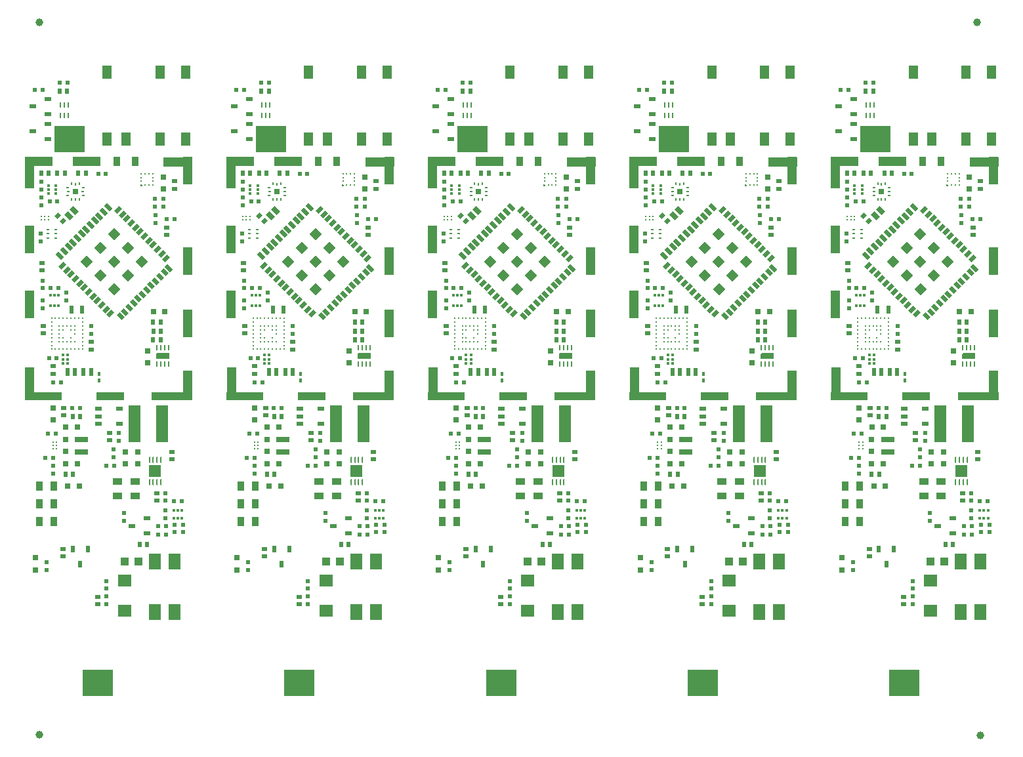
<source format=gbp>
G04*
G04 #@! TF.GenerationSoftware,Altium Limited,Altium Designer,19.1.8 (144)*
G04*
G04 Layer_Color=128*
%FSAX25Y25*%
%MOIN*%
G70*
G01*
G75*
%ADD10C,0.03937*%
%ADD19C,0.01181*%
%ADD21R,0.00984X0.01083*%
%ADD22R,0.01083X0.00984*%
%ADD23R,0.00394X0.00394*%
%ADD24R,0.03150X0.03150*%
%ADD25R,0.02520X0.02362*%
%ADD26R,0.05118X0.07087*%
%ADD27R,0.02244X0.02441*%
%ADD28R,0.05118X0.03543*%
%ADD29R,0.01968X0.02362*%
%ADD30R,0.15748X0.13780*%
%ADD31R,0.06614X0.05984*%
%ADD32R,0.03937X0.03937*%
%ADD33R,0.02362X0.01968*%
%ADD34R,0.06102X0.08268*%
%ADD35R,0.03740X0.01890*%
G04:AMPARAMS|DCode=36|XSize=39.37mil|YSize=23.62mil|CornerRadius=0mil|HoleSize=0mil|Usage=FLASHONLY|Rotation=315.000|XOffset=0mil|YOffset=0mil|HoleType=Round|Shape=Rectangle|*
%AMROTATEDRECTD36*
4,1,4,-0.02227,0.00557,-0.00557,0.02227,0.02227,-0.00557,0.00557,-0.02227,-0.02227,0.00557,0.0*
%
%ADD36ROTATEDRECTD36*%

%ADD37R,0.02362X0.02520*%
%ADD38R,0.03150X0.03150*%
%ADD44R,0.01575X0.01181*%
G04:AMPARAMS|DCode=47|XSize=24.41mil|YSize=22.44mil|CornerRadius=0mil|HoleSize=0mil|Usage=FLASHONLY|Rotation=225.000|XOffset=0mil|YOffset=0mil|HoleType=Round|Shape=Rectangle|*
%AMROTATEDRECTD47*
4,1,4,0.00070,0.01656,0.01656,0.00070,-0.00070,-0.01656,-0.01656,-0.00070,0.00070,0.01656,0.0*
%
%ADD47ROTATEDRECTD47*%

%ADD49R,0.05906X0.06299*%
G04:AMPARAMS|DCode=50|XSize=9.84mil|YSize=33.47mil|CornerRadius=2.46mil|HoleSize=0mil|Usage=FLASHONLY|Rotation=180.000|XOffset=0mil|YOffset=0mil|HoleType=Round|Shape=RoundedRectangle|*
%AMROUNDEDRECTD50*
21,1,0.00984,0.02854,0,0,180.0*
21,1,0.00492,0.03347,0,0,180.0*
1,1,0.00492,-0.00246,0.01427*
1,1,0.00492,0.00246,0.01427*
1,1,0.00492,0.00246,-0.01427*
1,1,0.00492,-0.00246,-0.01427*
%
%ADD50ROUNDEDRECTD50*%
%ADD51R,0.05906X0.18504*%
%ADD54R,0.01181X0.01575*%
%ADD56R,0.01181X0.01772*%
%ADD57R,0.01890X0.03740*%
%ADD58R,0.01968X0.01968*%
%ADD60R,0.01181X0.01181*%
%ADD61R,0.02244X0.03937*%
%ADD62R,0.02362X0.03937*%
%ADD63R,0.01378X0.01968*%
%ADD64R,0.06693X0.02756*%
%ADD65R,0.03543X0.05118*%
%ADD135R,0.03543X0.05158*%
%ADD136R,0.14252X0.05158*%
%ADD137R,0.05158X0.14252*%
%ADD138R,0.18819X0.04134*%
%ADD139R,0.14252X0.04134*%
%ADD140R,0.20827X0.04134*%
%ADD141R,0.14567X0.05158*%
G04:AMPARAMS|DCode=142|XSize=37.4mil|YSize=19.29mil|CornerRadius=0mil|HoleSize=0mil|Usage=FLASHONLY|Rotation=45.000|XOffset=0mil|YOffset=0mil|HoleType=Round|Shape=Rectangle|*
%AMROTATEDRECTD142*
4,1,4,-0.00640,-0.02004,-0.02004,-0.00640,0.00640,0.02004,0.02004,0.00640,-0.00640,-0.02004,0.0*
%
%ADD142ROTATEDRECTD142*%

G04:AMPARAMS|DCode=143|XSize=37.8mil|YSize=19.68mil|CornerRadius=0mil|HoleSize=0mil|Usage=FLASHONLY|Rotation=135.000|XOffset=0mil|YOffset=0mil|HoleType=Round|Shape=Rectangle|*
%AMROTATEDRECTD143*
4,1,4,0.02032,-0.00640,0.00640,-0.02032,-0.02032,0.00640,-0.00640,0.02032,0.02032,-0.00640,0.0*
%
%ADD143ROTATEDRECTD143*%

G04:AMPARAMS|DCode=144|XSize=37.4mil|YSize=19.29mil|CornerRadius=0mil|HoleSize=0mil|Usage=FLASHONLY|Rotation=135.000|XOffset=0mil|YOffset=0mil|HoleType=Round|Shape=Rectangle|*
%AMROTATEDRECTD144*
4,1,4,0.02004,-0.00640,0.00640,-0.02004,-0.02004,0.00640,-0.00640,0.02004,0.02004,-0.00640,0.0*
%
%ADD144ROTATEDRECTD144*%

G04:AMPARAMS|DCode=145|XSize=37.4mil|YSize=19.29mil|CornerRadius=0mil|HoleSize=0mil|Usage=FLASHONLY|Rotation=135.000|XOffset=0mil|YOffset=0mil|HoleType=Round|Shape=Rectangle|*
%AMROTATEDRECTD145*
4,1,4,0.02004,-0.00640,0.00640,-0.02004,-0.02004,0.00640,-0.00640,0.02004,0.02004,-0.00640,0.0*
%
%ADD145ROTATEDRECTD145*%

G04:AMPARAMS|DCode=146|XSize=43.31mil|YSize=43.31mil|CornerRadius=0mil|HoleSize=0mil|Usage=FLASHONLY|Rotation=135.000|XOffset=0mil|YOffset=0mil|HoleType=Round|Shape=RoundedRectangle|*
%AMROUNDEDRECTD146*
21,1,0.04331,0.04331,0,0,135.0*
21,1,0.04331,0.04331,0,0,135.0*
1,1,0.00000,0.00000,0.03062*
1,1,0.00000,0.03062,0.00000*
1,1,0.00000,0.00000,-0.03062*
1,1,0.00000,-0.03062,0.00000*
%
%ADD146ROUNDEDRECTD146*%
%ADD147P,0.06125X4X180.0*%
%ADD148R,0.01260X0.01654*%
%ADD149R,0.00984X0.01673*%
%ADD150R,0.01673X0.00984*%
%ADD151R,0.01772X0.00984*%
%ADD152R,0.00984X0.02953*%
%ADD153R,0.01654X0.01260*%
%ADD154R,0.01968X0.03937*%
%ADD155R,0.00984X0.02559*%
G36*
X0509390Y0299675D02*
X0509390Y0299036D01*
X0508307D01*
Y0300020D01*
X0509045Y0300020D01*
X0509390Y0299675D01*
D02*
G37*
G36*
X0407028D02*
X0407027Y0299036D01*
X0405945D01*
Y0300020D01*
X0406683Y0300020D01*
X0407028Y0299675D01*
D02*
G37*
G36*
X0304665D02*
X0304665Y0299036D01*
X0303583D01*
Y0300020D01*
X0304321Y0300020D01*
X0304665Y0299675D01*
D02*
G37*
G36*
X0202303D02*
X0202303Y0299036D01*
X0201220D01*
Y0300020D01*
X0201958Y0300020D01*
X0202303Y0299675D01*
D02*
G37*
G36*
X0099941D02*
X0099941Y0299036D01*
X0098858D01*
Y0300020D01*
X0099596Y0300020D01*
X0099941Y0299675D01*
D02*
G37*
G36*
X0523051Y0211182D02*
X0516201Y0211177D01*
X0516201Y0213662D01*
X0516792Y0214252D01*
X0523051Y0214252D01*
X0523051Y0211182D01*
D02*
G37*
G36*
X0420689D02*
X0413839Y0211177D01*
X0413838Y0213662D01*
X0414430Y0214252D01*
X0420689Y0214252D01*
X0420689Y0211182D01*
D02*
G37*
G36*
X0318327D02*
X0311477Y0211177D01*
X0311476Y0213662D01*
X0312068Y0214252D01*
X0318327Y0214252D01*
X0318327Y0211182D01*
D02*
G37*
G36*
X0215965D02*
X0209115Y0211177D01*
X0209114Y0213662D01*
X0209705Y0214252D01*
X0215965Y0214252D01*
X0215965Y0211182D01*
D02*
G37*
G36*
X0113602D02*
X0106753Y0211177D01*
X0106752Y0213662D01*
X0107343Y0214252D01*
X0113602Y0214252D01*
X0113602Y0211182D01*
D02*
G37*
D10*
X0525669Y0020118D02*
D03*
X0047441Y0382323D02*
D03*
Y0020394D02*
D03*
X0523898Y0382441D02*
D03*
D19*
X0055748Y0216181D02*
D03*
X0057717D02*
D03*
X0059685D02*
D03*
X0061654D02*
D03*
X0063622D02*
D03*
X0065591D02*
D03*
X0067559D02*
D03*
X0069528D02*
D03*
Y0218150D02*
D03*
X0057717Y0220118D02*
D03*
X0059685D02*
D03*
X0061654D02*
D03*
X0063622D02*
D03*
X0065591D02*
D03*
X0069528D02*
D03*
X0057717Y0222087D02*
D03*
X0059685D02*
D03*
X0063622D02*
D03*
X0069528D02*
D03*
X0057717Y0224055D02*
D03*
X0065591D02*
D03*
X0069528D02*
D03*
X0057717Y0226024D02*
D03*
X0059685D02*
D03*
X0063622D02*
D03*
X0065591D02*
D03*
X0069528D02*
D03*
X0057717Y0227992D02*
D03*
X0059685D02*
D03*
X0061654D02*
D03*
X0063622D02*
D03*
X0065591D02*
D03*
X0069528D02*
D03*
Y0229961D02*
D03*
X0055748Y0231929D02*
D03*
X0057717D02*
D03*
X0059685D02*
D03*
X0061654D02*
D03*
X0063622D02*
D03*
X0065591D02*
D03*
X0067559D02*
D03*
X0069528D02*
D03*
X0053780Y0216181D02*
D03*
Y0218150D02*
D03*
Y0220118D02*
D03*
Y0222087D02*
D03*
Y0224055D02*
D03*
Y0226024D02*
D03*
Y0227992D02*
D03*
Y0229961D02*
D03*
Y0231929D02*
D03*
X0048583Y0283760D02*
D03*
Y0281988D02*
D03*
X0050354Y0283760D02*
D03*
Y0281988D02*
D03*
X0052126Y0283760D02*
D03*
Y0281988D02*
D03*
X0056358Y0169055D02*
D03*
Y0167283D02*
D03*
Y0165512D02*
D03*
X0054587Y0169055D02*
D03*
Y0167283D02*
D03*
Y0165512D02*
D03*
X0158110Y0216181D02*
D03*
X0160079D02*
D03*
X0162047D02*
D03*
X0164016D02*
D03*
X0165984D02*
D03*
X0167953D02*
D03*
X0169921D02*
D03*
X0171890D02*
D03*
Y0218150D02*
D03*
X0160079Y0220118D02*
D03*
X0162047D02*
D03*
X0164016D02*
D03*
X0165984D02*
D03*
X0167953D02*
D03*
X0171890D02*
D03*
X0160079Y0222087D02*
D03*
X0162047D02*
D03*
X0165984D02*
D03*
X0171890D02*
D03*
X0160079Y0224055D02*
D03*
X0167953D02*
D03*
X0171890D02*
D03*
X0160079Y0226024D02*
D03*
X0162047D02*
D03*
X0165984D02*
D03*
X0167953D02*
D03*
X0171890D02*
D03*
X0160079Y0227992D02*
D03*
X0162047D02*
D03*
X0164016D02*
D03*
X0165984D02*
D03*
X0167953D02*
D03*
X0171890D02*
D03*
Y0229961D02*
D03*
X0158110Y0231929D02*
D03*
X0160079D02*
D03*
X0162047D02*
D03*
X0164016D02*
D03*
X0165984D02*
D03*
X0167953D02*
D03*
X0169921D02*
D03*
X0171890D02*
D03*
X0156142Y0216181D02*
D03*
Y0218150D02*
D03*
Y0220118D02*
D03*
Y0222087D02*
D03*
Y0224055D02*
D03*
Y0226024D02*
D03*
Y0227992D02*
D03*
Y0229961D02*
D03*
Y0231929D02*
D03*
X0150945Y0283760D02*
D03*
Y0281988D02*
D03*
X0152717Y0283760D02*
D03*
Y0281988D02*
D03*
X0154488Y0283760D02*
D03*
Y0281988D02*
D03*
X0158721Y0169055D02*
D03*
Y0167283D02*
D03*
Y0165512D02*
D03*
X0156949Y0169055D02*
D03*
Y0167283D02*
D03*
Y0165512D02*
D03*
X0260472Y0216181D02*
D03*
X0262441D02*
D03*
X0264409D02*
D03*
X0266378D02*
D03*
X0268346D02*
D03*
X0270315D02*
D03*
X0272283D02*
D03*
X0274252D02*
D03*
Y0218150D02*
D03*
X0262441Y0220118D02*
D03*
X0264409D02*
D03*
X0266378D02*
D03*
X0268346D02*
D03*
X0270315D02*
D03*
X0274252D02*
D03*
X0262441Y0222087D02*
D03*
X0264409D02*
D03*
X0268346D02*
D03*
X0274252D02*
D03*
X0262441Y0224055D02*
D03*
X0270315D02*
D03*
X0274252D02*
D03*
X0262441Y0226024D02*
D03*
X0264409D02*
D03*
X0268346D02*
D03*
X0270315D02*
D03*
X0274252D02*
D03*
X0262441Y0227992D02*
D03*
X0264409D02*
D03*
X0266378D02*
D03*
X0268346D02*
D03*
X0270315D02*
D03*
X0274252D02*
D03*
Y0229961D02*
D03*
X0260472Y0231929D02*
D03*
X0262441D02*
D03*
X0264409D02*
D03*
X0266378D02*
D03*
X0268346D02*
D03*
X0270315D02*
D03*
X0272283D02*
D03*
X0274252D02*
D03*
X0258504Y0216181D02*
D03*
Y0218150D02*
D03*
Y0220118D02*
D03*
Y0222087D02*
D03*
Y0224055D02*
D03*
Y0226024D02*
D03*
Y0227992D02*
D03*
Y0229961D02*
D03*
Y0231929D02*
D03*
X0253307Y0283760D02*
D03*
Y0281988D02*
D03*
X0255079Y0283760D02*
D03*
Y0281988D02*
D03*
X0256850Y0283760D02*
D03*
Y0281988D02*
D03*
X0261083Y0169055D02*
D03*
Y0167283D02*
D03*
Y0165512D02*
D03*
X0259311Y0169055D02*
D03*
Y0167283D02*
D03*
Y0165512D02*
D03*
X0362835Y0216181D02*
D03*
X0364803D02*
D03*
X0366772D02*
D03*
X0368740D02*
D03*
X0370709D02*
D03*
X0372677D02*
D03*
X0374646D02*
D03*
X0376614D02*
D03*
Y0218150D02*
D03*
X0364803Y0220118D02*
D03*
X0366772D02*
D03*
X0368740D02*
D03*
X0370709D02*
D03*
X0372677D02*
D03*
X0376614D02*
D03*
X0364803Y0222087D02*
D03*
X0366772D02*
D03*
X0370709D02*
D03*
X0376614D02*
D03*
X0364803Y0224055D02*
D03*
X0372677D02*
D03*
X0376614D02*
D03*
X0364803Y0226024D02*
D03*
X0366772D02*
D03*
X0370709D02*
D03*
X0372677D02*
D03*
X0376614D02*
D03*
X0364803Y0227992D02*
D03*
X0366772D02*
D03*
X0368740D02*
D03*
X0370709D02*
D03*
X0372677D02*
D03*
X0376614D02*
D03*
Y0229961D02*
D03*
X0362835Y0231929D02*
D03*
X0364803D02*
D03*
X0366772D02*
D03*
X0368740D02*
D03*
X0370709D02*
D03*
X0372677D02*
D03*
X0374646D02*
D03*
X0376614D02*
D03*
X0360866Y0216181D02*
D03*
Y0218150D02*
D03*
Y0220118D02*
D03*
Y0222087D02*
D03*
Y0224055D02*
D03*
Y0226024D02*
D03*
Y0227992D02*
D03*
Y0229961D02*
D03*
Y0231929D02*
D03*
X0355669Y0283760D02*
D03*
Y0281988D02*
D03*
X0357441Y0283760D02*
D03*
Y0281988D02*
D03*
X0359213Y0283760D02*
D03*
Y0281988D02*
D03*
X0363445Y0169055D02*
D03*
Y0167283D02*
D03*
Y0165512D02*
D03*
X0361673Y0169055D02*
D03*
Y0167283D02*
D03*
Y0165512D02*
D03*
X0465197Y0216181D02*
D03*
X0467165D02*
D03*
X0469134D02*
D03*
X0471102D02*
D03*
X0473071D02*
D03*
X0475039D02*
D03*
X0477008D02*
D03*
X0478976D02*
D03*
Y0218150D02*
D03*
X0467165Y0220118D02*
D03*
X0469134D02*
D03*
X0471102D02*
D03*
X0473071D02*
D03*
X0475039D02*
D03*
X0478976D02*
D03*
X0467165Y0222087D02*
D03*
X0469134D02*
D03*
X0473071D02*
D03*
X0478976D02*
D03*
X0467165Y0224055D02*
D03*
X0475039D02*
D03*
X0478976D02*
D03*
X0467165Y0226024D02*
D03*
X0469134D02*
D03*
X0473071D02*
D03*
X0475039D02*
D03*
X0478976D02*
D03*
X0467165Y0227992D02*
D03*
X0469134D02*
D03*
X0471102D02*
D03*
X0473071D02*
D03*
X0475039D02*
D03*
X0478976D02*
D03*
Y0229961D02*
D03*
X0465197Y0231929D02*
D03*
X0467165D02*
D03*
X0469134D02*
D03*
X0471102D02*
D03*
X0473071D02*
D03*
X0475039D02*
D03*
X0477008D02*
D03*
X0478976D02*
D03*
X0463228Y0216181D02*
D03*
Y0218150D02*
D03*
Y0220118D02*
D03*
Y0222087D02*
D03*
Y0224055D02*
D03*
Y0226024D02*
D03*
Y0227992D02*
D03*
Y0229961D02*
D03*
Y0231929D02*
D03*
X0458032Y0283760D02*
D03*
Y0281988D02*
D03*
X0459803Y0283760D02*
D03*
Y0281988D02*
D03*
X0461575Y0283760D02*
D03*
Y0281988D02*
D03*
X0465807Y0169055D02*
D03*
Y0167283D02*
D03*
Y0165512D02*
D03*
X0464035Y0169055D02*
D03*
Y0167283D02*
D03*
Y0165512D02*
D03*
D21*
X0101378Y0299528D02*
D03*
X0103347D02*
D03*
Y0305433D02*
D03*
X0101378Y0305433D02*
D03*
X0203740Y0299528D02*
D03*
X0205709D02*
D03*
Y0305433D02*
D03*
X0203740Y0305433D02*
D03*
X0306102Y0299528D02*
D03*
X0308071D02*
D03*
Y0305433D02*
D03*
X0306102Y0305433D02*
D03*
X0408464Y0299528D02*
D03*
X0410433D02*
D03*
Y0305433D02*
D03*
X0408464Y0305433D02*
D03*
X0510827Y0299528D02*
D03*
X0512795D02*
D03*
Y0305433D02*
D03*
X0510827Y0305433D02*
D03*
D22*
X0105315Y0299528D02*
D03*
Y0301496D02*
D03*
Y0303465D02*
D03*
Y0305433D02*
D03*
X0099410D02*
D03*
Y0303465D02*
D03*
Y0301496D02*
D03*
X0207677Y0299528D02*
D03*
Y0301496D02*
D03*
Y0303465D02*
D03*
Y0305433D02*
D03*
X0201772D02*
D03*
Y0303465D02*
D03*
Y0301496D02*
D03*
X0310039Y0299528D02*
D03*
Y0301496D02*
D03*
Y0303465D02*
D03*
Y0305433D02*
D03*
X0304134D02*
D03*
Y0303465D02*
D03*
Y0301496D02*
D03*
X0412401Y0299528D02*
D03*
Y0301496D02*
D03*
Y0303465D02*
D03*
Y0305433D02*
D03*
X0406496D02*
D03*
Y0303465D02*
D03*
Y0301496D02*
D03*
X0514764Y0299528D02*
D03*
Y0301496D02*
D03*
Y0303465D02*
D03*
Y0305433D02*
D03*
X0508858D02*
D03*
Y0303465D02*
D03*
Y0301496D02*
D03*
D23*
X0099410Y0299528D02*
D03*
X0201772D02*
D03*
X0304134D02*
D03*
X0406496D02*
D03*
X0508858D02*
D03*
D24*
X0110591Y0297717D02*
D03*
Y0303622D02*
D03*
X0045669Y0110315D02*
D03*
Y0104016D02*
D03*
X0102500Y0209488D02*
D03*
Y0215394D02*
D03*
X0097439Y0163847D02*
D03*
Y0157941D02*
D03*
X0091219Y0163926D02*
D03*
Y0158020D02*
D03*
X0054606Y0180433D02*
D03*
Y0186339D02*
D03*
X0060905Y0170236D02*
D03*
Y0164331D02*
D03*
X0212953Y0297717D02*
D03*
Y0303622D02*
D03*
X0148031Y0110315D02*
D03*
Y0104016D02*
D03*
X0204862Y0209488D02*
D03*
Y0215394D02*
D03*
X0199802Y0163847D02*
D03*
Y0157941D02*
D03*
X0193581Y0163926D02*
D03*
Y0158020D02*
D03*
X0156968Y0180433D02*
D03*
Y0186339D02*
D03*
X0163268Y0170236D02*
D03*
Y0164331D02*
D03*
X0315315Y0297717D02*
D03*
Y0303622D02*
D03*
X0250394Y0110315D02*
D03*
Y0104016D02*
D03*
X0307224Y0209488D02*
D03*
Y0215394D02*
D03*
X0302164Y0163847D02*
D03*
Y0157941D02*
D03*
X0295943Y0163926D02*
D03*
Y0158020D02*
D03*
X0259331Y0180433D02*
D03*
Y0186339D02*
D03*
X0265630Y0170236D02*
D03*
Y0164331D02*
D03*
X0417677Y0297717D02*
D03*
Y0303622D02*
D03*
X0352756Y0110315D02*
D03*
Y0104016D02*
D03*
X0409587Y0209488D02*
D03*
Y0215394D02*
D03*
X0404526Y0163847D02*
D03*
Y0157941D02*
D03*
X0398306Y0163926D02*
D03*
Y0158020D02*
D03*
X0361693Y0180433D02*
D03*
Y0186339D02*
D03*
X0367992Y0170236D02*
D03*
Y0164331D02*
D03*
X0520039Y0297717D02*
D03*
Y0303622D02*
D03*
X0455118Y0110315D02*
D03*
Y0104016D02*
D03*
X0511949Y0209488D02*
D03*
Y0215394D02*
D03*
X0506888Y0163847D02*
D03*
Y0157941D02*
D03*
X0500668Y0163926D02*
D03*
Y0158020D02*
D03*
X0464055Y0180433D02*
D03*
Y0186339D02*
D03*
X0470354Y0170236D02*
D03*
Y0164331D02*
D03*
D25*
X0116181Y0301536D02*
D03*
Y0297756D02*
D03*
X0077284Y0086693D02*
D03*
Y0090473D02*
D03*
X0083110Y0169882D02*
D03*
Y0173661D02*
D03*
X0048898Y0256221D02*
D03*
Y0260000D02*
D03*
X0112323Y0278110D02*
D03*
Y0274331D02*
D03*
X0060079Y0182559D02*
D03*
Y0186339D02*
D03*
X0114921Y0164055D02*
D03*
Y0160276D02*
D03*
X0107126Y0142992D02*
D03*
Y0139213D02*
D03*
X0074016Y0216063D02*
D03*
Y0219843D02*
D03*
X0049488Y0224252D02*
D03*
Y0228032D02*
D03*
X0059646Y0114764D02*
D03*
Y0110984D02*
D03*
X0054567Y0207520D02*
D03*
Y0203740D02*
D03*
X0218543Y0301536D02*
D03*
Y0297756D02*
D03*
X0179646Y0086693D02*
D03*
Y0090473D02*
D03*
X0185472Y0169882D02*
D03*
Y0173661D02*
D03*
X0151260Y0256221D02*
D03*
Y0260000D02*
D03*
X0214685Y0278110D02*
D03*
Y0274331D02*
D03*
X0162441Y0182559D02*
D03*
Y0186339D02*
D03*
X0217283Y0164055D02*
D03*
Y0160276D02*
D03*
X0209488Y0142992D02*
D03*
Y0139213D02*
D03*
X0176378Y0216063D02*
D03*
Y0219843D02*
D03*
X0151850Y0224252D02*
D03*
Y0228032D02*
D03*
X0162008Y0114764D02*
D03*
Y0110984D02*
D03*
X0156929Y0207520D02*
D03*
Y0203740D02*
D03*
X0320905Y0301536D02*
D03*
Y0297756D02*
D03*
X0282008Y0086693D02*
D03*
Y0090473D02*
D03*
X0287835Y0169882D02*
D03*
Y0173661D02*
D03*
X0253622Y0256221D02*
D03*
Y0260000D02*
D03*
X0317047Y0278110D02*
D03*
Y0274331D02*
D03*
X0264803Y0182559D02*
D03*
Y0186339D02*
D03*
X0319646Y0164055D02*
D03*
Y0160276D02*
D03*
X0311851Y0142992D02*
D03*
Y0139213D02*
D03*
X0278740Y0216063D02*
D03*
Y0219843D02*
D03*
X0254213Y0224252D02*
D03*
Y0228032D02*
D03*
X0264370Y0114764D02*
D03*
Y0110984D02*
D03*
X0259291Y0207520D02*
D03*
Y0203740D02*
D03*
X0423268Y0301536D02*
D03*
Y0297756D02*
D03*
X0384370Y0086693D02*
D03*
Y0090473D02*
D03*
X0390197Y0169882D02*
D03*
Y0173661D02*
D03*
X0355984Y0256221D02*
D03*
Y0260000D02*
D03*
X0419409Y0278110D02*
D03*
Y0274331D02*
D03*
X0367165Y0182559D02*
D03*
Y0186339D02*
D03*
X0422008Y0164055D02*
D03*
Y0160276D02*
D03*
X0414213Y0142992D02*
D03*
Y0139213D02*
D03*
X0381102Y0216063D02*
D03*
Y0219843D02*
D03*
X0356575Y0224252D02*
D03*
Y0228032D02*
D03*
X0366732Y0114764D02*
D03*
Y0110984D02*
D03*
X0361653Y0207520D02*
D03*
Y0203740D02*
D03*
X0525630Y0301536D02*
D03*
Y0297756D02*
D03*
X0486732Y0086693D02*
D03*
Y0090473D02*
D03*
X0492559Y0169882D02*
D03*
Y0173661D02*
D03*
X0458346Y0256221D02*
D03*
Y0260000D02*
D03*
X0521772Y0278110D02*
D03*
Y0274331D02*
D03*
X0469527Y0182559D02*
D03*
Y0186339D02*
D03*
X0524370Y0164055D02*
D03*
Y0160276D02*
D03*
X0516575Y0142992D02*
D03*
Y0139213D02*
D03*
X0483464Y0216063D02*
D03*
Y0219843D02*
D03*
X0458937Y0224252D02*
D03*
Y0228032D02*
D03*
X0469094Y0114764D02*
D03*
Y0110984D02*
D03*
X0464016Y0207520D02*
D03*
Y0203740D02*
D03*
D26*
X0082008Y0323071D02*
D03*
X0091457D02*
D03*
X0108780D02*
D03*
X0121772D02*
D03*
X0082008Y0356929D02*
D03*
X0121772D02*
D03*
X0108780D02*
D03*
X0184370Y0323071D02*
D03*
X0193819D02*
D03*
X0211142D02*
D03*
X0224134D02*
D03*
X0184370Y0356929D02*
D03*
X0224134D02*
D03*
X0211142D02*
D03*
X0286732Y0323071D02*
D03*
X0296181D02*
D03*
X0313504D02*
D03*
X0326496D02*
D03*
X0286732Y0356929D02*
D03*
X0326496D02*
D03*
X0313504D02*
D03*
X0389094Y0323071D02*
D03*
X0398543D02*
D03*
X0415866D02*
D03*
X0428858D02*
D03*
X0389094Y0356929D02*
D03*
X0428858D02*
D03*
X0415866D02*
D03*
X0491457Y0323071D02*
D03*
X0500906D02*
D03*
X0518228D02*
D03*
X0531220D02*
D03*
X0491457Y0356929D02*
D03*
X0531220D02*
D03*
X0518228D02*
D03*
D27*
X0077500Y0305472D02*
D03*
X0081201D02*
D03*
X0179862D02*
D03*
X0183563D02*
D03*
X0282224D02*
D03*
X0285925D02*
D03*
X0384587D02*
D03*
X0388287D02*
D03*
X0486949D02*
D03*
X0490650D02*
D03*
D28*
X0096101Y0149083D02*
D03*
Y0141603D02*
D03*
X0087321Y0149044D02*
D03*
Y0141563D02*
D03*
X0198463Y0149083D02*
D03*
Y0141603D02*
D03*
X0189683Y0149044D02*
D03*
Y0141563D02*
D03*
X0300825Y0149083D02*
D03*
Y0141603D02*
D03*
X0292046Y0149044D02*
D03*
Y0141563D02*
D03*
X0403187Y0149083D02*
D03*
Y0141603D02*
D03*
X0394408Y0149044D02*
D03*
Y0141563D02*
D03*
X0505550Y0149083D02*
D03*
Y0141603D02*
D03*
X0496770Y0149044D02*
D03*
Y0141563D02*
D03*
D29*
X0057874Y0351772D02*
D03*
X0061811D02*
D03*
X0056693Y0291339D02*
D03*
X0052756D02*
D03*
X0112284Y0282441D02*
D03*
X0116220D02*
D03*
X0045276Y0347835D02*
D03*
X0049213D02*
D03*
X0081555Y0157091D02*
D03*
X0085492D02*
D03*
X0111772Y0126181D02*
D03*
X0107835D02*
D03*
X0111772Y0121851D02*
D03*
X0107835D02*
D03*
X0115906Y0139055D02*
D03*
X0119843D02*
D03*
X0053228Y0247362D02*
D03*
X0057165D02*
D03*
X0056378Y0211811D02*
D03*
X0052441D02*
D03*
X0058465Y0199488D02*
D03*
X0054528D02*
D03*
X0064370Y0186339D02*
D03*
X0068307D02*
D03*
X0051850Y0173346D02*
D03*
X0055787D02*
D03*
X0054528Y0161142D02*
D03*
X0050591D02*
D03*
X0160236Y0351772D02*
D03*
X0164173D02*
D03*
X0159055Y0291339D02*
D03*
X0155118D02*
D03*
X0214646Y0282441D02*
D03*
X0218583D02*
D03*
X0147638Y0347835D02*
D03*
X0151575D02*
D03*
X0183917Y0157091D02*
D03*
X0187854D02*
D03*
X0214134Y0126181D02*
D03*
X0210197D02*
D03*
X0214134Y0121851D02*
D03*
X0210197D02*
D03*
X0218268Y0139055D02*
D03*
X0222205D02*
D03*
X0155590Y0247362D02*
D03*
X0159528D02*
D03*
X0158740Y0211811D02*
D03*
X0154803D02*
D03*
X0160827Y0199488D02*
D03*
X0156890D02*
D03*
X0166732Y0186339D02*
D03*
X0170669D02*
D03*
X0154213Y0173346D02*
D03*
X0158150D02*
D03*
X0156890Y0161142D02*
D03*
X0152953D02*
D03*
X0262598Y0351772D02*
D03*
X0266535D02*
D03*
X0261417Y0291339D02*
D03*
X0257480D02*
D03*
X0317008Y0282441D02*
D03*
X0320945D02*
D03*
X0250000Y0347835D02*
D03*
X0253937D02*
D03*
X0286280Y0157091D02*
D03*
X0290216D02*
D03*
X0316496Y0126181D02*
D03*
X0312559D02*
D03*
X0316496Y0121851D02*
D03*
X0312559D02*
D03*
X0320630Y0139055D02*
D03*
X0324567D02*
D03*
X0257953Y0247362D02*
D03*
X0261890D02*
D03*
X0261102Y0211811D02*
D03*
X0257165D02*
D03*
X0263189Y0199488D02*
D03*
X0259252D02*
D03*
X0269094Y0186339D02*
D03*
X0273031D02*
D03*
X0256575Y0173346D02*
D03*
X0260512D02*
D03*
X0259252Y0161142D02*
D03*
X0255315D02*
D03*
X0364961Y0351772D02*
D03*
X0368898D02*
D03*
X0363779Y0291339D02*
D03*
X0359842D02*
D03*
X0419370Y0282441D02*
D03*
X0423307D02*
D03*
X0352362Y0347835D02*
D03*
X0356299D02*
D03*
X0388642Y0157091D02*
D03*
X0392579D02*
D03*
X0418858Y0126181D02*
D03*
X0414921D02*
D03*
X0418858Y0121851D02*
D03*
X0414921D02*
D03*
X0422992Y0139055D02*
D03*
X0426929D02*
D03*
X0360315Y0247362D02*
D03*
X0364252D02*
D03*
X0363464Y0211811D02*
D03*
X0359527D02*
D03*
X0365551Y0199488D02*
D03*
X0361614D02*
D03*
X0371457Y0186339D02*
D03*
X0375394D02*
D03*
X0358937Y0173346D02*
D03*
X0362874D02*
D03*
X0361614Y0161142D02*
D03*
X0357677D02*
D03*
X0467323Y0351772D02*
D03*
X0471260D02*
D03*
X0466142Y0291339D02*
D03*
X0462205D02*
D03*
X0521732Y0282441D02*
D03*
X0525669D02*
D03*
X0454724Y0347835D02*
D03*
X0458661D02*
D03*
X0491004Y0157091D02*
D03*
X0494941D02*
D03*
X0521220Y0126181D02*
D03*
X0517283D02*
D03*
X0521220Y0121851D02*
D03*
X0517283D02*
D03*
X0525354Y0139055D02*
D03*
X0529291D02*
D03*
X0462677Y0247362D02*
D03*
X0466614D02*
D03*
X0465827Y0211811D02*
D03*
X0461890D02*
D03*
X0467913Y0199488D02*
D03*
X0463976D02*
D03*
X0473819Y0186339D02*
D03*
X0477756D02*
D03*
X0461299Y0173346D02*
D03*
X0465236D02*
D03*
X0463976Y0161142D02*
D03*
X0460039D02*
D03*
D30*
X0062913Y0323032D02*
D03*
X0077362Y0046772D02*
D03*
X0165276Y0323032D02*
D03*
X0179724Y0046772D02*
D03*
X0267638Y0323032D02*
D03*
X0282087Y0046772D02*
D03*
X0370000Y0323032D02*
D03*
X0384449Y0046772D02*
D03*
X0472362Y0323032D02*
D03*
X0486811Y0046772D02*
D03*
D31*
X0090866Y0098681D02*
D03*
Y0083209D02*
D03*
X0193228Y0098681D02*
D03*
Y0083209D02*
D03*
X0295590Y0098681D02*
D03*
Y0083209D02*
D03*
X0397953Y0098681D02*
D03*
Y0083209D02*
D03*
X0500315Y0098681D02*
D03*
Y0083209D02*
D03*
D32*
X0097874Y0108386D02*
D03*
X0090787D02*
D03*
X0200236D02*
D03*
X0193150D02*
D03*
X0302598D02*
D03*
X0295512D02*
D03*
X0404961D02*
D03*
X0397874D02*
D03*
X0507323D02*
D03*
X0500236D02*
D03*
D33*
X0088032Y0173661D02*
D03*
Y0169725D02*
D03*
X0081693Y0098465D02*
D03*
Y0094528D02*
D03*
Y0090512D02*
D03*
Y0086575D02*
D03*
X0051339Y0107953D02*
D03*
Y0104016D02*
D03*
X0048504Y0289488D02*
D03*
Y0293425D02*
D03*
X0048110Y0274961D02*
D03*
Y0271024D02*
D03*
X0048504Y0301339D02*
D03*
Y0297402D02*
D03*
X0106181Y0288622D02*
D03*
Y0292559D02*
D03*
X0110591Y0288622D02*
D03*
Y0292559D02*
D03*
X0085394Y0161378D02*
D03*
Y0165315D02*
D03*
X0090512Y0129095D02*
D03*
Y0133032D02*
D03*
X0111575Y0130433D02*
D03*
Y0134370D02*
D03*
Y0139173D02*
D03*
Y0143110D02*
D03*
X0120669Y0127126D02*
D03*
Y0123189D02*
D03*
X0074016Y0227953D02*
D03*
Y0224016D02*
D03*
X0061102Y0240984D02*
D03*
Y0244921D02*
D03*
X0116339Y0127126D02*
D03*
Y0123189D02*
D03*
X0049370Y0247165D02*
D03*
Y0251102D02*
D03*
Y0240945D02*
D03*
Y0237008D02*
D03*
X0106614Y0280315D02*
D03*
Y0284252D02*
D03*
X0054488Y0156969D02*
D03*
Y0153032D02*
D03*
X0190394Y0173661D02*
D03*
Y0169725D02*
D03*
X0184055Y0098465D02*
D03*
Y0094528D02*
D03*
Y0090512D02*
D03*
Y0086575D02*
D03*
X0153701Y0107953D02*
D03*
Y0104016D02*
D03*
X0150866Y0289488D02*
D03*
Y0293425D02*
D03*
X0150472Y0274961D02*
D03*
Y0271024D02*
D03*
X0150866Y0301339D02*
D03*
Y0297402D02*
D03*
X0208543Y0288622D02*
D03*
Y0292559D02*
D03*
X0212953Y0288622D02*
D03*
Y0292559D02*
D03*
X0187756Y0161378D02*
D03*
Y0165315D02*
D03*
X0192874Y0129095D02*
D03*
Y0133032D02*
D03*
X0213937Y0130433D02*
D03*
Y0134370D02*
D03*
Y0139173D02*
D03*
Y0143110D02*
D03*
X0223031Y0127126D02*
D03*
Y0123189D02*
D03*
X0176378Y0227953D02*
D03*
Y0224016D02*
D03*
X0163465Y0240984D02*
D03*
Y0244921D02*
D03*
X0218701Y0127126D02*
D03*
Y0123189D02*
D03*
X0151732Y0247165D02*
D03*
Y0251102D02*
D03*
Y0240945D02*
D03*
Y0237008D02*
D03*
X0208976Y0280315D02*
D03*
Y0284252D02*
D03*
X0156850Y0156969D02*
D03*
Y0153032D02*
D03*
X0292756Y0173661D02*
D03*
Y0169725D02*
D03*
X0286417Y0098465D02*
D03*
Y0094528D02*
D03*
Y0090512D02*
D03*
Y0086575D02*
D03*
X0256063Y0107953D02*
D03*
Y0104016D02*
D03*
X0253228Y0289488D02*
D03*
Y0293425D02*
D03*
X0252835Y0274961D02*
D03*
Y0271024D02*
D03*
X0253228Y0301339D02*
D03*
Y0297402D02*
D03*
X0310906Y0288622D02*
D03*
Y0292559D02*
D03*
X0315315Y0288622D02*
D03*
Y0292559D02*
D03*
X0290118Y0161378D02*
D03*
Y0165315D02*
D03*
X0295236Y0129095D02*
D03*
Y0133032D02*
D03*
X0316299Y0130433D02*
D03*
Y0134370D02*
D03*
Y0139173D02*
D03*
Y0143110D02*
D03*
X0325394Y0127126D02*
D03*
Y0123189D02*
D03*
X0278740Y0227953D02*
D03*
Y0224016D02*
D03*
X0265827Y0240984D02*
D03*
Y0244921D02*
D03*
X0321063Y0127126D02*
D03*
Y0123189D02*
D03*
X0254095Y0247165D02*
D03*
Y0251102D02*
D03*
Y0240945D02*
D03*
Y0237008D02*
D03*
X0311339Y0280315D02*
D03*
Y0284252D02*
D03*
X0259213Y0156969D02*
D03*
Y0153032D02*
D03*
X0395118Y0173661D02*
D03*
Y0169725D02*
D03*
X0388779Y0098465D02*
D03*
Y0094528D02*
D03*
Y0090512D02*
D03*
Y0086575D02*
D03*
X0358425Y0107953D02*
D03*
Y0104016D02*
D03*
X0355591Y0289488D02*
D03*
Y0293425D02*
D03*
X0355197Y0274961D02*
D03*
Y0271024D02*
D03*
X0355591Y0301339D02*
D03*
Y0297402D02*
D03*
X0413268Y0288622D02*
D03*
Y0292559D02*
D03*
X0417677Y0288622D02*
D03*
Y0292559D02*
D03*
X0392480Y0161378D02*
D03*
Y0165315D02*
D03*
X0397598Y0129095D02*
D03*
Y0133032D02*
D03*
X0418661Y0130433D02*
D03*
Y0134370D02*
D03*
Y0139173D02*
D03*
Y0143110D02*
D03*
X0427756Y0127126D02*
D03*
Y0123189D02*
D03*
X0381102Y0227953D02*
D03*
Y0224016D02*
D03*
X0368189Y0240984D02*
D03*
Y0244921D02*
D03*
X0423425Y0127126D02*
D03*
Y0123189D02*
D03*
X0356457Y0247165D02*
D03*
Y0251102D02*
D03*
Y0240945D02*
D03*
Y0237008D02*
D03*
X0413701Y0280315D02*
D03*
Y0284252D02*
D03*
X0361575Y0156969D02*
D03*
Y0153032D02*
D03*
X0497480Y0173661D02*
D03*
Y0169725D02*
D03*
X0491142Y0098465D02*
D03*
Y0094528D02*
D03*
Y0090512D02*
D03*
Y0086575D02*
D03*
X0460787Y0107953D02*
D03*
Y0104016D02*
D03*
X0457953Y0289488D02*
D03*
Y0293425D02*
D03*
X0457559Y0274961D02*
D03*
Y0271024D02*
D03*
X0457953Y0301339D02*
D03*
Y0297402D02*
D03*
X0515630Y0288622D02*
D03*
Y0292559D02*
D03*
X0520039Y0288622D02*
D03*
Y0292559D02*
D03*
X0494842Y0161378D02*
D03*
Y0165315D02*
D03*
X0499961Y0129095D02*
D03*
Y0133032D02*
D03*
X0521024Y0130433D02*
D03*
Y0134370D02*
D03*
Y0139173D02*
D03*
Y0143110D02*
D03*
X0530118Y0127126D02*
D03*
Y0123189D02*
D03*
X0483464Y0227953D02*
D03*
Y0224016D02*
D03*
X0470551Y0240984D02*
D03*
Y0244921D02*
D03*
X0525787Y0127126D02*
D03*
Y0123189D02*
D03*
X0458819Y0247165D02*
D03*
Y0251102D02*
D03*
Y0240945D02*
D03*
Y0237008D02*
D03*
X0516063Y0280315D02*
D03*
Y0284252D02*
D03*
X0463937Y0156969D02*
D03*
Y0153032D02*
D03*
D34*
X0106220Y0108268D02*
D03*
X0116220Y0082677D02*
D03*
X0106220D02*
D03*
X0116220Y0108268D02*
D03*
X0208583D02*
D03*
X0218583Y0082677D02*
D03*
X0208583D02*
D03*
X0218583Y0108268D02*
D03*
X0310945D02*
D03*
X0320945Y0082677D02*
D03*
X0310945D02*
D03*
X0320945Y0108268D02*
D03*
X0413307D02*
D03*
X0423307Y0082677D02*
D03*
X0413307D02*
D03*
X0423307Y0108268D02*
D03*
X0515669D02*
D03*
X0525669Y0082677D02*
D03*
X0515669D02*
D03*
X0525669Y0108268D02*
D03*
D35*
X0077480Y0178347D02*
D03*
Y0185827D02*
D03*
X0088110D02*
D03*
Y0178347D02*
D03*
X0077480Y0182087D02*
D03*
X0051850Y0330787D02*
D03*
Y0323150D02*
D03*
X0044213Y0326969D02*
D03*
X0051850Y0343386D02*
D03*
Y0335748D02*
D03*
X0044213Y0339567D02*
D03*
X0102205Y0130158D02*
D03*
Y0122520D02*
D03*
X0094567Y0126339D02*
D03*
X0179842Y0178347D02*
D03*
Y0185827D02*
D03*
X0190472D02*
D03*
Y0178347D02*
D03*
X0179842Y0182087D02*
D03*
X0154213Y0330787D02*
D03*
Y0323150D02*
D03*
X0146575Y0326969D02*
D03*
X0154213Y0343386D02*
D03*
Y0335748D02*
D03*
X0146575Y0339567D02*
D03*
X0204567Y0130158D02*
D03*
Y0122520D02*
D03*
X0196929Y0126339D02*
D03*
X0282205Y0178347D02*
D03*
Y0185827D02*
D03*
X0292835D02*
D03*
Y0178347D02*
D03*
X0282205Y0182087D02*
D03*
X0256575Y0330787D02*
D03*
Y0323150D02*
D03*
X0248937Y0326969D02*
D03*
X0256575Y0343386D02*
D03*
Y0335748D02*
D03*
X0248937Y0339567D02*
D03*
X0306929Y0130158D02*
D03*
Y0122520D02*
D03*
X0299291Y0126339D02*
D03*
X0384567Y0178347D02*
D03*
Y0185827D02*
D03*
X0395197D02*
D03*
Y0178347D02*
D03*
X0384567Y0182087D02*
D03*
X0358937Y0330787D02*
D03*
Y0323150D02*
D03*
X0351299Y0326969D02*
D03*
X0358937Y0343386D02*
D03*
Y0335748D02*
D03*
X0351299Y0339567D02*
D03*
X0409291Y0130158D02*
D03*
Y0122520D02*
D03*
X0401653Y0126339D02*
D03*
X0486929Y0178347D02*
D03*
Y0185827D02*
D03*
X0497559D02*
D03*
Y0178347D02*
D03*
X0486929Y0182087D02*
D03*
X0461299Y0330787D02*
D03*
Y0323150D02*
D03*
X0453661Y0326969D02*
D03*
X0461299Y0343386D02*
D03*
Y0335748D02*
D03*
X0453661Y0339567D02*
D03*
X0511654Y0130158D02*
D03*
Y0122520D02*
D03*
X0504016Y0126339D02*
D03*
D36*
X0065352Y0286651D02*
D03*
X0062679Y0283979D02*
D03*
X0167714Y0286651D02*
D03*
X0165042Y0283979D02*
D03*
X0270076Y0286651D02*
D03*
X0267404Y0283979D02*
D03*
X0372439Y0286651D02*
D03*
X0369766Y0283979D02*
D03*
X0474801Y0286651D02*
D03*
X0472128Y0283979D02*
D03*
D37*
X0048504Y0305591D02*
D03*
X0052284D02*
D03*
X0067323Y0305591D02*
D03*
X0071102D02*
D03*
X0109193Y0229921D02*
D03*
X0105413D02*
D03*
X0060512Y0305591D02*
D03*
X0056732D02*
D03*
X0109232Y0225394D02*
D03*
X0105453D02*
D03*
X0061732Y0347441D02*
D03*
X0057953D02*
D03*
X0098504Y0117126D02*
D03*
X0102284D02*
D03*
X0105413Y0220866D02*
D03*
X0109193D02*
D03*
X0068307Y0181969D02*
D03*
X0064528D02*
D03*
X0064685Y0152677D02*
D03*
X0060905D02*
D03*
X0150866Y0305591D02*
D03*
X0154646D02*
D03*
X0169685Y0305591D02*
D03*
X0173465D02*
D03*
X0211555Y0229921D02*
D03*
X0207776D02*
D03*
X0162874Y0305591D02*
D03*
X0159095D02*
D03*
X0211595Y0225394D02*
D03*
X0207815D02*
D03*
X0164094Y0347441D02*
D03*
X0160315D02*
D03*
X0200866Y0117126D02*
D03*
X0204646D02*
D03*
X0207776Y0220866D02*
D03*
X0211555D02*
D03*
X0170669Y0181969D02*
D03*
X0166890D02*
D03*
X0167047Y0152677D02*
D03*
X0163268D02*
D03*
X0253228Y0305591D02*
D03*
X0257008D02*
D03*
X0272047Y0305591D02*
D03*
X0275827D02*
D03*
X0313917Y0229921D02*
D03*
X0310138D02*
D03*
X0265236Y0305591D02*
D03*
X0261457D02*
D03*
X0313957Y0225394D02*
D03*
X0310177D02*
D03*
X0266457Y0347441D02*
D03*
X0262677D02*
D03*
X0303228Y0117126D02*
D03*
X0307008D02*
D03*
X0310138Y0220866D02*
D03*
X0313917D02*
D03*
X0273031Y0181969D02*
D03*
X0269252D02*
D03*
X0269409Y0152677D02*
D03*
X0265630D02*
D03*
X0355591Y0305591D02*
D03*
X0359370D02*
D03*
X0374409Y0305591D02*
D03*
X0378189D02*
D03*
X0416280Y0229921D02*
D03*
X0412500D02*
D03*
X0367598Y0305591D02*
D03*
X0363819D02*
D03*
X0416319Y0225394D02*
D03*
X0412539D02*
D03*
X0368819Y0347441D02*
D03*
X0365039D02*
D03*
X0405590Y0117126D02*
D03*
X0409370D02*
D03*
X0412500Y0220866D02*
D03*
X0416280D02*
D03*
X0375394Y0181969D02*
D03*
X0371614D02*
D03*
X0371772Y0152677D02*
D03*
X0367992D02*
D03*
X0457953Y0305591D02*
D03*
X0461732D02*
D03*
X0476772Y0305591D02*
D03*
X0480551D02*
D03*
X0518642Y0229921D02*
D03*
X0514862D02*
D03*
X0469961Y0305591D02*
D03*
X0466181D02*
D03*
X0518681Y0225394D02*
D03*
X0514901D02*
D03*
X0471181Y0347441D02*
D03*
X0467402D02*
D03*
X0507953Y0117126D02*
D03*
X0511732D02*
D03*
X0514862Y0220866D02*
D03*
X0518642D02*
D03*
X0477756Y0181969D02*
D03*
X0473976D02*
D03*
X0474134Y0152677D02*
D03*
X0470354D02*
D03*
D38*
X0111378Y0235315D02*
D03*
X0105473D02*
D03*
X0065953Y0296260D02*
D03*
X0060984Y0176535D02*
D03*
X0066890D02*
D03*
X0066850Y0158032D02*
D03*
X0060945D02*
D03*
X0067874Y0146654D02*
D03*
X0061968D02*
D03*
X0213740Y0235315D02*
D03*
X0207835D02*
D03*
X0168315Y0296260D02*
D03*
X0163347Y0176535D02*
D03*
X0169252D02*
D03*
X0169213Y0158032D02*
D03*
X0163307D02*
D03*
X0170236Y0146654D02*
D03*
X0164331D02*
D03*
X0316102Y0235315D02*
D03*
X0310197D02*
D03*
X0270677Y0296260D02*
D03*
X0265709Y0176535D02*
D03*
X0271614D02*
D03*
X0271575Y0158032D02*
D03*
X0265669D02*
D03*
X0272598Y0146654D02*
D03*
X0266693D02*
D03*
X0418465Y0235315D02*
D03*
X0412559D02*
D03*
X0373039Y0296260D02*
D03*
X0368071Y0176535D02*
D03*
X0373976D02*
D03*
X0373937Y0158032D02*
D03*
X0368032D02*
D03*
X0374961Y0146654D02*
D03*
X0369055D02*
D03*
X0520827Y0235315D02*
D03*
X0514921D02*
D03*
X0475401Y0296260D02*
D03*
X0470433Y0176535D02*
D03*
X0476338D02*
D03*
X0476299Y0158032D02*
D03*
X0470394D02*
D03*
X0477323Y0146654D02*
D03*
X0471417D02*
D03*
D44*
X0052126Y0297362D02*
D03*
X0056063D02*
D03*
X0154488D02*
D03*
X0158425D02*
D03*
X0256850D02*
D03*
X0260787D02*
D03*
X0359213D02*
D03*
X0363150D02*
D03*
X0461575D02*
D03*
X0465512D02*
D03*
D47*
X0059537Y0281290D02*
D03*
X0056920Y0283907D02*
D03*
X0161899Y0281290D02*
D03*
X0159282Y0283907D02*
D03*
X0264261Y0281290D02*
D03*
X0261644Y0283907D02*
D03*
X0366623Y0281290D02*
D03*
X0364006Y0283907D02*
D03*
X0468986Y0281290D02*
D03*
X0466369Y0283907D02*
D03*
D49*
X0106376Y0154319D02*
D03*
X0208739D02*
D03*
X0311101D02*
D03*
X0413463D02*
D03*
X0515825D02*
D03*
D50*
X0109329Y0160028D02*
D03*
X0107361D02*
D03*
X0105392D02*
D03*
X0103424D02*
D03*
Y0148611D02*
D03*
X0105392D02*
D03*
X0107361D02*
D03*
X0109329D02*
D03*
X0211691Y0160028D02*
D03*
X0209723D02*
D03*
X0207754D02*
D03*
X0205786D02*
D03*
Y0148611D02*
D03*
X0207754D02*
D03*
X0209723D02*
D03*
X0211691D02*
D03*
X0314054Y0160028D02*
D03*
X0312085D02*
D03*
X0310117D02*
D03*
X0308148D02*
D03*
Y0148611D02*
D03*
X0310117D02*
D03*
X0312085D02*
D03*
X0314054D02*
D03*
X0416416Y0160028D02*
D03*
X0414447D02*
D03*
X0412479D02*
D03*
X0410510D02*
D03*
Y0148611D02*
D03*
X0412479D02*
D03*
X0414447D02*
D03*
X0416416D02*
D03*
X0518778Y0160028D02*
D03*
X0516809D02*
D03*
X0514841D02*
D03*
X0512872D02*
D03*
Y0148611D02*
D03*
X0514841D02*
D03*
X0516809D02*
D03*
X0518778D02*
D03*
D51*
X0095787Y0178465D02*
D03*
X0109961D02*
D03*
X0198150D02*
D03*
X0212323D02*
D03*
X0300512D02*
D03*
X0314685D02*
D03*
X0402874D02*
D03*
X0417047D02*
D03*
X0505236D02*
D03*
X0519409D02*
D03*
D54*
X0117913Y0134370D02*
D03*
Y0130433D02*
D03*
X0220276Y0134370D02*
D03*
Y0130433D02*
D03*
X0322638Y0134370D02*
D03*
Y0130433D02*
D03*
X0425000Y0134370D02*
D03*
Y0130433D02*
D03*
X0527362Y0134370D02*
D03*
Y0130433D02*
D03*
D56*
X0053268Y0238445D02*
D03*
X0055236D02*
D03*
X0057205D02*
D03*
X0053268Y0243760D02*
D03*
X0055236D02*
D03*
X0057205D02*
D03*
X0155630Y0238445D02*
D03*
X0157598D02*
D03*
X0159567D02*
D03*
X0155630Y0243760D02*
D03*
X0157598D02*
D03*
X0159567D02*
D03*
X0257992Y0238445D02*
D03*
X0259961D02*
D03*
X0261929D02*
D03*
X0257992Y0243760D02*
D03*
X0259961D02*
D03*
X0261929D02*
D03*
X0360354Y0238445D02*
D03*
X0362323D02*
D03*
X0364291D02*
D03*
X0360354Y0243760D02*
D03*
X0362323D02*
D03*
X0364291D02*
D03*
X0462716Y0238445D02*
D03*
X0464685D02*
D03*
X0466653D02*
D03*
X0462716Y0243760D02*
D03*
X0464685D02*
D03*
X0466653D02*
D03*
D57*
X0068347Y0107126D02*
D03*
X0072165Y0114764D02*
D03*
X0064528D02*
D03*
X0170709Y0107126D02*
D03*
X0174528Y0114764D02*
D03*
X0166890D02*
D03*
X0273071Y0107126D02*
D03*
X0276890Y0114764D02*
D03*
X0269252D02*
D03*
X0375433Y0107126D02*
D03*
X0379252Y0114764D02*
D03*
X0371614D02*
D03*
X0477795Y0107126D02*
D03*
X0481614Y0114764D02*
D03*
X0473976D02*
D03*
D58*
X0110177Y0212756D02*
D03*
X0212539D02*
D03*
X0314901D02*
D03*
X0417264D02*
D03*
X0519626D02*
D03*
D60*
X0062047Y0213189D02*
D03*
Y0211024D02*
D03*
Y0208858D02*
D03*
X0059685D02*
D03*
Y0211024D02*
D03*
Y0213189D02*
D03*
X0164409D02*
D03*
Y0211024D02*
D03*
Y0208858D02*
D03*
X0162047D02*
D03*
Y0211024D02*
D03*
Y0213189D02*
D03*
X0266772D02*
D03*
Y0211024D02*
D03*
Y0208858D02*
D03*
X0264409D02*
D03*
Y0211024D02*
D03*
Y0213189D02*
D03*
X0369134D02*
D03*
Y0211024D02*
D03*
Y0208858D02*
D03*
X0366772D02*
D03*
Y0211024D02*
D03*
Y0213189D02*
D03*
X0471496D02*
D03*
Y0211024D02*
D03*
Y0208858D02*
D03*
X0469134D02*
D03*
Y0211024D02*
D03*
Y0213189D02*
D03*
D61*
X0062008Y0204725D02*
D03*
X0065709D02*
D03*
X0164370D02*
D03*
X0168071D02*
D03*
X0266732D02*
D03*
X0270433D02*
D03*
X0369094D02*
D03*
X0372795D02*
D03*
X0471457D02*
D03*
X0475157D02*
D03*
D62*
X0070079D02*
D03*
X0073858D02*
D03*
X0172441D02*
D03*
X0176221D02*
D03*
X0274803D02*
D03*
X0278583D02*
D03*
X0377165D02*
D03*
X0380945D02*
D03*
X0479528D02*
D03*
X0483307D02*
D03*
D63*
X0077913Y0203740D02*
D03*
Y0200197D02*
D03*
X0180276Y0203740D02*
D03*
Y0200197D02*
D03*
X0282638Y0203740D02*
D03*
Y0200197D02*
D03*
X0385000Y0203740D02*
D03*
Y0200197D02*
D03*
X0487362Y0203740D02*
D03*
Y0200197D02*
D03*
D64*
X0068976Y0170433D02*
D03*
Y0164134D02*
D03*
X0171339Y0170433D02*
D03*
Y0164134D02*
D03*
X0273701Y0170433D02*
D03*
Y0164134D02*
D03*
X0376063Y0170433D02*
D03*
Y0164134D02*
D03*
X0478425Y0170433D02*
D03*
Y0164134D02*
D03*
D65*
X0054961Y0146575D02*
D03*
X0047480D02*
D03*
X0054961Y0128616D02*
D03*
X0047480D02*
D03*
X0054961Y0137671D02*
D03*
X0047480D02*
D03*
X0157323Y0146575D02*
D03*
X0149843D02*
D03*
X0157323Y0128616D02*
D03*
X0149843D02*
D03*
X0157323Y0137671D02*
D03*
X0149843D02*
D03*
X0259685Y0146575D02*
D03*
X0252205D02*
D03*
X0259685Y0128616D02*
D03*
X0252205D02*
D03*
X0259685Y0137671D02*
D03*
X0252205D02*
D03*
X0362047Y0146575D02*
D03*
X0354567D02*
D03*
X0362047Y0128616D02*
D03*
X0354567D02*
D03*
X0362047Y0137671D02*
D03*
X0354567D02*
D03*
X0464409Y0146575D02*
D03*
X0456929D02*
D03*
X0464409Y0128616D02*
D03*
X0456929D02*
D03*
X0464409Y0137671D02*
D03*
X0456929D02*
D03*
D135*
X0096220Y0311673D02*
D03*
X0086811D02*
D03*
X0198583D02*
D03*
X0189173D02*
D03*
X0300945D02*
D03*
X0291535D02*
D03*
X0403307D02*
D03*
X0393898D02*
D03*
X0505669D02*
D03*
X0496260D02*
D03*
D136*
X0071417Y0311634D02*
D03*
X0047126Y0311516D02*
D03*
X0173779Y0311634D02*
D03*
X0149488Y0311516D02*
D03*
X0276142Y0311634D02*
D03*
X0251850Y0311516D02*
D03*
X0378504Y0311634D02*
D03*
X0354213Y0311516D02*
D03*
X0480866Y0311634D02*
D03*
X0456575Y0311516D02*
D03*
D137*
X0042579Y0305079D02*
D03*
Y0271890D02*
D03*
X0042539Y0238937D02*
D03*
X0042736Y0200039D02*
D03*
X0122854Y0198465D02*
D03*
Y0229370D02*
D03*
Y0260945D02*
D03*
X0122894Y0306929D02*
D03*
X0144941Y0305079D02*
D03*
Y0271890D02*
D03*
X0144902Y0238937D02*
D03*
X0145098Y0200039D02*
D03*
X0225217Y0198465D02*
D03*
Y0229370D02*
D03*
Y0260945D02*
D03*
X0225256Y0306929D02*
D03*
X0247303Y0305079D02*
D03*
Y0271890D02*
D03*
X0247264Y0238937D02*
D03*
X0247461Y0200039D02*
D03*
X0327579Y0198465D02*
D03*
Y0229370D02*
D03*
Y0260945D02*
D03*
X0327618Y0306929D02*
D03*
X0349665Y0305079D02*
D03*
Y0271890D02*
D03*
X0349626Y0238937D02*
D03*
X0349823Y0200039D02*
D03*
X0429941Y0198465D02*
D03*
Y0229370D02*
D03*
Y0260945D02*
D03*
X0429980Y0306929D02*
D03*
X0452028Y0305079D02*
D03*
Y0271890D02*
D03*
X0451988Y0238937D02*
D03*
X0452185Y0200039D02*
D03*
X0532303Y0198465D02*
D03*
Y0229370D02*
D03*
Y0260945D02*
D03*
X0532342Y0306929D02*
D03*
D138*
X0049567Y0192185D02*
D03*
X0151929D02*
D03*
X0254291D02*
D03*
X0356653D02*
D03*
X0459016D02*
D03*
D139*
X0083504D02*
D03*
X0185866D02*
D03*
X0288228D02*
D03*
X0390591D02*
D03*
X0492953D02*
D03*
D140*
X0114980Y0192303D02*
D03*
X0217342D02*
D03*
X0319705D02*
D03*
X0422067D02*
D03*
X0524429D02*
D03*
D141*
X0118071Y0311476D02*
D03*
X0220433D02*
D03*
X0322795D02*
D03*
X0425157D02*
D03*
X0527520D02*
D03*
D142*
X0087535Y0287017D02*
D03*
X0089789Y0284762D02*
D03*
X0092017Y0282535D02*
D03*
X0094244Y0280308D02*
D03*
X0096471Y0278081D02*
D03*
X0098698Y0275853D02*
D03*
X0100925Y0273627D02*
D03*
X0103124Y0271427D02*
D03*
X0105351Y0269201D02*
D03*
X0107579Y0266973D02*
D03*
X0109806Y0264746D02*
D03*
X0112033Y0262464D02*
D03*
X0059111Y0258817D02*
D03*
X0061450Y0256478D02*
D03*
X0063705Y0254223D02*
D03*
X0065931Y0251996D02*
D03*
X0068159Y0249769D02*
D03*
X0070386Y0247542D02*
D03*
X0072613Y0245314D02*
D03*
X0074840Y0243088D02*
D03*
X0077039Y0240888D02*
D03*
X0079266Y0238661D02*
D03*
X0081521Y0236406D02*
D03*
X0083748Y0234179D02*
D03*
X0189897Y0287017D02*
D03*
X0192152Y0284762D02*
D03*
X0194379Y0282535D02*
D03*
X0196606Y0280308D02*
D03*
X0198833Y0278081D02*
D03*
X0201060Y0275853D02*
D03*
X0203287Y0273627D02*
D03*
X0205487Y0271427D02*
D03*
X0207714Y0269201D02*
D03*
X0209941Y0266973D02*
D03*
X0212168Y0264746D02*
D03*
X0214395Y0262464D02*
D03*
X0161473Y0258817D02*
D03*
X0163812Y0256478D02*
D03*
X0166067Y0254223D02*
D03*
X0168294Y0251996D02*
D03*
X0170521Y0249769D02*
D03*
X0172748Y0247542D02*
D03*
X0174975Y0245314D02*
D03*
X0177202Y0243088D02*
D03*
X0179402Y0240888D02*
D03*
X0181629Y0238661D02*
D03*
X0183884Y0236406D02*
D03*
X0186111Y0234179D02*
D03*
X0292259Y0287017D02*
D03*
X0294514Y0284762D02*
D03*
X0296741Y0282535D02*
D03*
X0298968Y0280308D02*
D03*
X0301195Y0278081D02*
D03*
X0303422Y0275853D02*
D03*
X0305649Y0273627D02*
D03*
X0307849Y0271427D02*
D03*
X0310076Y0269201D02*
D03*
X0312303Y0266973D02*
D03*
X0314530Y0264746D02*
D03*
X0316757Y0262464D02*
D03*
X0263835Y0258817D02*
D03*
X0266174Y0256478D02*
D03*
X0268429Y0254223D02*
D03*
X0270656Y0251996D02*
D03*
X0272883Y0249769D02*
D03*
X0275110Y0247542D02*
D03*
X0277337Y0245314D02*
D03*
X0279564Y0243088D02*
D03*
X0281764Y0240888D02*
D03*
X0283991Y0238661D02*
D03*
X0286246Y0236406D02*
D03*
X0288473Y0234179D02*
D03*
X0394621Y0287017D02*
D03*
X0396876Y0284762D02*
D03*
X0399103Y0282535D02*
D03*
X0401330Y0280308D02*
D03*
X0403557Y0278081D02*
D03*
X0405785Y0275853D02*
D03*
X0408012Y0273627D02*
D03*
X0410211Y0271427D02*
D03*
X0412438Y0269201D02*
D03*
X0414665Y0266973D02*
D03*
X0416892Y0264746D02*
D03*
X0419119Y0262464D02*
D03*
X0366198Y0258817D02*
D03*
X0368536Y0256478D02*
D03*
X0370791Y0254223D02*
D03*
X0373018Y0251996D02*
D03*
X0375245Y0249769D02*
D03*
X0377472Y0247542D02*
D03*
X0379699Y0245314D02*
D03*
X0381927Y0243088D02*
D03*
X0384126Y0240888D02*
D03*
X0386353Y0238661D02*
D03*
X0388608Y0236406D02*
D03*
X0390835Y0234179D02*
D03*
X0496983Y0287017D02*
D03*
X0499238Y0284762D02*
D03*
X0501466Y0282535D02*
D03*
X0503692Y0280308D02*
D03*
X0505920Y0278081D02*
D03*
X0508147Y0275853D02*
D03*
X0510374Y0273627D02*
D03*
X0512573Y0271427D02*
D03*
X0514800Y0269201D02*
D03*
X0517027Y0266973D02*
D03*
X0519254Y0264746D02*
D03*
X0521481Y0262464D02*
D03*
X0468560Y0258817D02*
D03*
X0470898Y0256478D02*
D03*
X0473153Y0254223D02*
D03*
X0475380Y0251996D02*
D03*
X0477607Y0249769D02*
D03*
X0479835Y0247542D02*
D03*
X0482062Y0245314D02*
D03*
X0484289Y0243088D02*
D03*
X0486488Y0240888D02*
D03*
X0488715Y0238661D02*
D03*
X0490970Y0236406D02*
D03*
X0493197Y0234179D02*
D03*
D143*
X0057970Y0263716D02*
D03*
X0060197Y0265943D02*
D03*
X0062424Y0268170D02*
D03*
X0064651Y0270397D02*
D03*
X0066878Y0272624D02*
D03*
X0069105Y0274852D02*
D03*
X0071332Y0277079D02*
D03*
X0073559Y0279306D02*
D03*
X0075787Y0281533D02*
D03*
X0078014Y0283760D02*
D03*
X0080241Y0285987D02*
D03*
X0082468Y0288214D02*
D03*
X0113286Y0257452D02*
D03*
X0160332Y0263716D02*
D03*
X0162559Y0265943D02*
D03*
X0164786Y0268170D02*
D03*
X0167013Y0270397D02*
D03*
X0169240Y0272624D02*
D03*
X0171467Y0274852D02*
D03*
X0173695Y0277079D02*
D03*
X0175922Y0279306D02*
D03*
X0178149Y0281533D02*
D03*
X0180376Y0283760D02*
D03*
X0182603Y0285987D02*
D03*
X0184830Y0288214D02*
D03*
X0215648Y0257452D02*
D03*
X0262694Y0263716D02*
D03*
X0264921Y0265943D02*
D03*
X0267148Y0268170D02*
D03*
X0269375Y0270397D02*
D03*
X0271603Y0272624D02*
D03*
X0273830Y0274852D02*
D03*
X0276057Y0277079D02*
D03*
X0278284Y0279306D02*
D03*
X0280511Y0281533D02*
D03*
X0282738Y0283760D02*
D03*
X0284965Y0285987D02*
D03*
X0287192Y0288214D02*
D03*
X0318010Y0257452D02*
D03*
X0365056Y0263716D02*
D03*
X0367283Y0265943D02*
D03*
X0369511Y0268170D02*
D03*
X0371738Y0270397D02*
D03*
X0373965Y0272624D02*
D03*
X0376192Y0274852D02*
D03*
X0378419Y0277079D02*
D03*
X0380646Y0279306D02*
D03*
X0382873Y0281533D02*
D03*
X0385100Y0283760D02*
D03*
X0387327Y0285987D02*
D03*
X0389555Y0288214D02*
D03*
X0420372Y0257452D02*
D03*
X0467418Y0263716D02*
D03*
X0469646Y0265943D02*
D03*
X0471873Y0268170D02*
D03*
X0474100Y0270397D02*
D03*
X0476327Y0272624D02*
D03*
X0478554Y0274852D02*
D03*
X0480781Y0277079D02*
D03*
X0483008Y0279306D02*
D03*
X0485235Y0281533D02*
D03*
X0487463Y0283760D02*
D03*
X0489690Y0285987D02*
D03*
X0491917Y0288214D02*
D03*
X0522734Y0257452D02*
D03*
D144*
X0088787Y0232926D02*
D03*
X0091015Y0235153D02*
D03*
X0093241Y0237381D02*
D03*
X0095469Y0239607D02*
D03*
X0097696Y0241834D02*
D03*
X0099923Y0244062D02*
D03*
X0102150Y0246289D02*
D03*
X0104377Y0248516D02*
D03*
X0108831Y0252971D02*
D03*
X0111086Y0255226D02*
D03*
X0191150Y0232926D02*
D03*
X0193377Y0235153D02*
D03*
X0195604Y0237381D02*
D03*
X0197831Y0239607D02*
D03*
X0200058Y0241834D02*
D03*
X0202285Y0244062D02*
D03*
X0204512Y0246289D02*
D03*
X0206739Y0248516D02*
D03*
X0211193Y0252971D02*
D03*
X0213448Y0255226D02*
D03*
X0293512Y0232926D02*
D03*
X0295739Y0235153D02*
D03*
X0297966Y0237381D02*
D03*
X0300193Y0239607D02*
D03*
X0302420Y0241834D02*
D03*
X0304647Y0244062D02*
D03*
X0306874Y0246289D02*
D03*
X0309102Y0248516D02*
D03*
X0313556Y0252971D02*
D03*
X0315810Y0255226D02*
D03*
X0395874Y0232926D02*
D03*
X0398101Y0235153D02*
D03*
X0400328Y0237381D02*
D03*
X0402555Y0239607D02*
D03*
X0404782Y0241834D02*
D03*
X0407009Y0244062D02*
D03*
X0409237Y0246289D02*
D03*
X0411464Y0248516D02*
D03*
X0415918Y0252971D02*
D03*
X0418173Y0255226D02*
D03*
X0498236Y0232926D02*
D03*
X0500463Y0235153D02*
D03*
X0502690Y0237381D02*
D03*
X0504917Y0239607D02*
D03*
X0507145Y0241834D02*
D03*
X0509372Y0244062D02*
D03*
X0511599Y0246289D02*
D03*
X0513826Y0248516D02*
D03*
X0518280Y0252971D02*
D03*
X0520535Y0255226D02*
D03*
D145*
X0106606Y0250741D02*
D03*
X0208968D02*
D03*
X0311330D02*
D03*
X0413692D02*
D03*
X0516055D02*
D03*
D146*
X0099541Y0260590D02*
D03*
X0201904D02*
D03*
X0304266D02*
D03*
X0406628D02*
D03*
X0508990D02*
D03*
D147*
X0092582Y0267549D02*
D03*
X0085622Y0274509D02*
D03*
X0092582Y0253630D02*
D03*
X0085622Y0260590D02*
D03*
X0078662Y0267549D02*
D03*
X0085692Y0246601D02*
D03*
X0078662Y0253630D02*
D03*
X0071703Y0260590D02*
D03*
X0194944Y0267549D02*
D03*
X0187984Y0274509D02*
D03*
X0194944Y0253630D02*
D03*
X0187984Y0260590D02*
D03*
X0181025Y0267549D02*
D03*
X0188054Y0246601D02*
D03*
X0181025Y0253630D02*
D03*
X0174065Y0260590D02*
D03*
X0297306Y0267549D02*
D03*
X0290347Y0274509D02*
D03*
X0297306Y0253630D02*
D03*
X0290347Y0260590D02*
D03*
X0283387Y0267549D02*
D03*
X0290416Y0246601D02*
D03*
X0283387Y0253630D02*
D03*
X0276427Y0260590D02*
D03*
X0399668Y0267549D02*
D03*
X0392709Y0274509D02*
D03*
X0399668Y0253630D02*
D03*
X0392709Y0260590D02*
D03*
X0385749Y0267549D02*
D03*
X0392778Y0246601D02*
D03*
X0385749Y0253630D02*
D03*
X0378789Y0260590D02*
D03*
X0502031Y0267549D02*
D03*
X0495071Y0274509D02*
D03*
X0502031Y0253630D02*
D03*
X0495071Y0260590D02*
D03*
X0488111Y0267549D02*
D03*
X0495140Y0246601D02*
D03*
X0488111Y0253630D02*
D03*
X0481151Y0260590D02*
D03*
D148*
X0052126Y0299449D02*
D03*
Y0295276D02*
D03*
X0056063Y0299449D02*
D03*
Y0295276D02*
D03*
X0154488Y0299449D02*
D03*
Y0295276D02*
D03*
X0158425Y0299449D02*
D03*
Y0295276D02*
D03*
X0256850Y0299449D02*
D03*
Y0295276D02*
D03*
X0260787Y0299449D02*
D03*
Y0295276D02*
D03*
X0359213Y0299449D02*
D03*
Y0295276D02*
D03*
X0363150Y0299449D02*
D03*
Y0295276D02*
D03*
X0461575Y0299449D02*
D03*
Y0295276D02*
D03*
X0465512Y0299449D02*
D03*
Y0295276D02*
D03*
D149*
X0063984Y0292335D02*
D03*
X0065953Y0292473D02*
D03*
X0067921Y0292335D02*
D03*
Y0300187D02*
D03*
X0065953Y0300049D02*
D03*
X0063984Y0300187D02*
D03*
X0166347Y0292335D02*
D03*
X0168315Y0292473D02*
D03*
X0170283Y0292335D02*
D03*
Y0300187D02*
D03*
X0168315Y0300049D02*
D03*
X0166347Y0300187D02*
D03*
X0268709Y0292335D02*
D03*
X0270677Y0292473D02*
D03*
X0272646Y0292335D02*
D03*
Y0300187D02*
D03*
X0270677Y0300049D02*
D03*
X0268709Y0300187D02*
D03*
X0371071Y0292335D02*
D03*
X0373039Y0292473D02*
D03*
X0375008Y0292335D02*
D03*
Y0300187D02*
D03*
X0373039Y0300049D02*
D03*
X0371071Y0300187D02*
D03*
X0473433Y0292335D02*
D03*
X0475401Y0292473D02*
D03*
X0477370Y0292335D02*
D03*
Y0300187D02*
D03*
X0475401Y0300049D02*
D03*
X0473433Y0300187D02*
D03*
D150*
X0069878Y0294291D02*
D03*
X0069740Y0296260D02*
D03*
X0069878Y0298228D02*
D03*
X0062028D02*
D03*
X0062165Y0296260D02*
D03*
X0062028Y0294291D02*
D03*
X0172240D02*
D03*
X0172102Y0296260D02*
D03*
X0172240Y0298228D02*
D03*
X0164390D02*
D03*
X0164527Y0296260D02*
D03*
X0164390Y0294291D02*
D03*
X0274602D02*
D03*
X0274465Y0296260D02*
D03*
X0274602Y0298228D02*
D03*
X0266752D02*
D03*
X0266890Y0296260D02*
D03*
X0266752Y0294291D02*
D03*
X0376965D02*
D03*
X0376827Y0296260D02*
D03*
X0376965Y0298228D02*
D03*
X0369114D02*
D03*
X0369252Y0296260D02*
D03*
X0369114Y0294291D02*
D03*
X0479327D02*
D03*
X0479189Y0296260D02*
D03*
X0479327Y0298228D02*
D03*
X0471476D02*
D03*
X0471614Y0296260D02*
D03*
X0471476Y0294291D02*
D03*
D151*
X0055827Y0272795D02*
D03*
X0055827Y0274961D02*
D03*
Y0277126D02*
D03*
X0051890Y0272795D02*
D03*
Y0274961D02*
D03*
X0051890Y0277126D02*
D03*
X0158189Y0272795D02*
D03*
X0158189Y0274961D02*
D03*
Y0277126D02*
D03*
X0154252Y0272795D02*
D03*
Y0274961D02*
D03*
X0154252Y0277126D02*
D03*
X0260551Y0272795D02*
D03*
X0260551Y0274961D02*
D03*
Y0277126D02*
D03*
X0256614Y0272795D02*
D03*
Y0274961D02*
D03*
X0256614Y0277126D02*
D03*
X0362913Y0272795D02*
D03*
X0362913Y0274961D02*
D03*
Y0277126D02*
D03*
X0358976Y0272795D02*
D03*
Y0274961D02*
D03*
X0358976Y0277126D02*
D03*
X0465275Y0272795D02*
D03*
X0465275Y0274961D02*
D03*
Y0277126D02*
D03*
X0461339Y0272795D02*
D03*
Y0274961D02*
D03*
X0461339Y0277126D02*
D03*
D152*
X0062205Y0340354D02*
D03*
X0060236D02*
D03*
X0058268D02*
D03*
Y0334843D02*
D03*
X0060236D02*
D03*
X0062205D02*
D03*
X0164567Y0340354D02*
D03*
X0162598D02*
D03*
X0160630D02*
D03*
Y0334843D02*
D03*
X0162598D02*
D03*
X0164567D02*
D03*
X0266929Y0340354D02*
D03*
X0264961D02*
D03*
X0262992D02*
D03*
Y0334843D02*
D03*
X0264961D02*
D03*
X0266929D02*
D03*
X0369291Y0340354D02*
D03*
X0367323D02*
D03*
X0365354D02*
D03*
Y0334843D02*
D03*
X0367323D02*
D03*
X0369291D02*
D03*
X0471654Y0340354D02*
D03*
X0469685D02*
D03*
X0467717D02*
D03*
Y0334843D02*
D03*
X0469685D02*
D03*
X0471654D02*
D03*
D153*
X0120000Y0134370D02*
D03*
X0115827D02*
D03*
X0120000Y0130433D02*
D03*
X0115827D02*
D03*
X0222362Y0134370D02*
D03*
X0218189D02*
D03*
X0222362Y0130433D02*
D03*
X0218189D02*
D03*
X0324725Y0134370D02*
D03*
X0320551D02*
D03*
X0324725Y0130433D02*
D03*
X0320551D02*
D03*
X0427087Y0134370D02*
D03*
X0422913D02*
D03*
X0427087Y0130433D02*
D03*
X0422913D02*
D03*
X0529449Y0134370D02*
D03*
X0525276D02*
D03*
X0529449Y0130433D02*
D03*
X0525276D02*
D03*
D154*
X0069318Y0236221D02*
D03*
X0063806D02*
D03*
X0171680D02*
D03*
X0166168D02*
D03*
X0274042D02*
D03*
X0268530D02*
D03*
X0376404D02*
D03*
X0370893D02*
D03*
X0478766D02*
D03*
X0473255D02*
D03*
D155*
X0107224Y0208622D02*
D03*
X0109193D02*
D03*
X0111161D02*
D03*
X0113130D02*
D03*
Y0216890D02*
D03*
X0111161D02*
D03*
X0109193D02*
D03*
X0107224D02*
D03*
X0209587Y0208622D02*
D03*
X0211555D02*
D03*
X0213524D02*
D03*
X0215492D02*
D03*
Y0216890D02*
D03*
X0213524D02*
D03*
X0211555D02*
D03*
X0209587D02*
D03*
X0311949Y0208622D02*
D03*
X0313917D02*
D03*
X0315886D02*
D03*
X0317854D02*
D03*
Y0216890D02*
D03*
X0315886D02*
D03*
X0313917D02*
D03*
X0311949D02*
D03*
X0414311Y0208622D02*
D03*
X0416280D02*
D03*
X0418248D02*
D03*
X0420217D02*
D03*
Y0216890D02*
D03*
X0418248D02*
D03*
X0416280D02*
D03*
X0414311D02*
D03*
X0516673Y0208622D02*
D03*
X0518642D02*
D03*
X0520610D02*
D03*
X0522579D02*
D03*
Y0216890D02*
D03*
X0520610D02*
D03*
X0518642D02*
D03*
X0516673D02*
D03*
M02*

</source>
